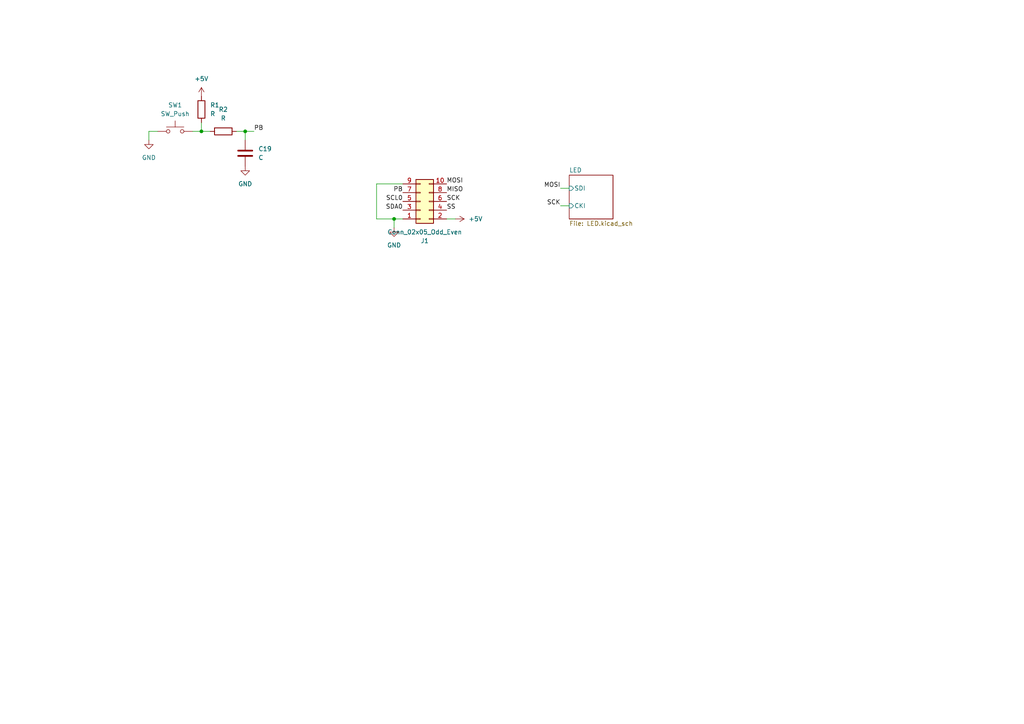
<source format=kicad_sch>
(kicad_sch (version 20230121) (generator eeschema)
  (paper "A4")
  (lib_symbols
    (symbol "Connector_Generic:Conn_02x05_Odd_Even" (pin_names (offset 1.016) hide)
      (property "Reference" "J" (at 1.27 7.62 0))
      (property "Value" "Conn_02x05_Odd_Even" (at 1.27 -7.62 0))
      (symbol "Conn_02x05_Odd_Even_1_1"
        (rectangle (start -1.27 -4.953) (end 0 -5.207) (stroke (width 0.1524)))
        (rectangle (start -1.27 -2.413) (end 0 -2.667) (stroke (width 0.1524)))
        (rectangle (start -1.27 0.127) (end 0 -0.127) (stroke (width 0.1524)))
        (rectangle (start -1.27 2.667) (end 0 2.413) (stroke (width 0.1524)))
        (rectangle (start -1.27 5.207) (end 0 4.953) (stroke (width 0.1524)))
        (rectangle (start -1.27 6.35) (end 3.81 -6.35) (stroke (width 0.254)) (fill (type background)))
        (rectangle (start 3.81 -4.953) (end 2.54 -5.207) (stroke (width 0.1524)))
        (rectangle (start 3.81 -2.413) (end 2.54 -2.667) (stroke (width 0.1524)))
        (rectangle (start 3.81 0.127) (end 2.54 -0.127) (stroke (width 0.1524)))
        (rectangle (start 3.81 2.667) (end 2.54 2.413) (stroke (width 0.1524)))
        (rectangle (start 3.81 5.207) (end 2.54 4.953) (stroke (width 0.1524)))
        (pin passive line (at -5.08 5.08 0) (length 3.81) (name "Pin_1") (number "1"))
        (pin passive line (at 7.62 -5.08 180) (length 3.81) (name "Pin_10") (number "10"))
        (pin passive line (at 7.62 5.08 180) (length 3.81) (name "Pin_2") (number "2"))
        (pin passive line (at -5.08 2.54 0) (length 3.81) (name "Pin_3") (number "3"))
        (pin passive line (at 7.62 2.54 180) (length 3.81) (name "Pin_4") (number "4"))
        (pin passive line (at -5.08 0 0) (length 3.81) (name "Pin_5") (number "5"))
        (pin passive line (at 7.62 0 180) (length 3.81) (name "Pin_6") (number "6"))
        (pin passive line (at -5.08 -2.54 0) (length 3.81) (name "Pin_7") (number "7"))
        (pin passive line (at 7.62 -2.54 180) (length 3.81) (name "Pin_8") (number "8"))
        (pin passive line (at -5.08 -5.08 0) (length 3.81) (name "Pin_9") (number "9"))
      )
    )
    (symbol "Device:C" (pin_numbers hide) (pin_names (offset 0.254))
      (property "Reference" "C" (at 0.635 2.54 0))
      (property "Value" "C" (at 0.635 -2.54 0))
      (symbol "C_0_1"
        (polyline (pts (xy -2.032 -0.762) (xy 2.032 -0.762)) (stroke (width 0.508)))
        (polyline (pts (xy -2.032 0.762) (xy 2.032 0.762)) (stroke (width 0.508)))
      )
      (symbol "C_1_1"
        (pin passive line (at 0 3.81 270) (length 2.794) (name "~") (number "1"))
        (pin passive line (at 0 -3.81 90) (length 2.794) (name "~") (number "2"))
      )
    )
    (symbol "Device:R" (pin_numbers hide) (pin_names (offset 0))
      (property "Reference" "R" (at 2.032 0 90))
      (property "Value" "R" (at 0 0 90))
      (symbol "R_0_1"
        (rectangle (start -1.016 -2.54) (end 1.016 2.54) (stroke (width 0.254)))
      )
      (symbol "R_1_1"
        (pin passive line (at 0 3.81 270) (length 1.27) (name "~") (number "1"))
        (pin passive line (at 0 -3.81 90) (length 1.27) (name "~") (number "2"))
      )
    )
    (symbol "Switch:SW_Push" (pin_numbers hide) (pin_names (offset 1.016) hide)
      (property "Reference" "SW" (at 1.27 2.54 0))
      (property "Value" "SW_Push" (at 0 -1.524 0))
      (symbol "SW_Push_0_1"
        (circle (center -2.032 0) (radius 0.508))
        (polyline (pts (xy 0 1.27) (xy 0 3.048)))
        (polyline (pts (xy 2.54 1.27) (xy -2.54 1.27)))
        (circle (center 2.032 0) (radius 0.508))
        (pin passive line (at -5.08 0 0) (length 2.54) (name "1") (number "1"))
        (pin passive line (at 5.08 0 180) (length 2.54) (name "2") (number "2"))
      )
    )
    (symbol "power:+5V" (power) (pin_names (offset 0))
      (property "Value" "+5V" (at 0 3.556 0))
      (symbol "+5V_0_1"
        (polyline (pts (xy -0.762 1.27) (xy 0 2.54)))
        (polyline (pts (xy 0 0) (xy 0 2.54)))
        (polyline (pts (xy 0 2.54) (xy 0.762 1.27)))
      )
      (symbol "+5V_1_1"
        (pin power_in line (at 0 0 90) (length 0) hide (name "+5V") (number "1"))
      )
    )
    (symbol "power:GND" (power) (pin_names (offset 0))
      (property "Value" "GND" (at 0 -3.81 0))
      (symbol "GND_0_1"
        (polyline (pts (xy 0 0) (xy 0 -1.27) (xy 1.27 -1.27) (xy 0 -2.54) (xy -1.27 -1.27) (xy 0 -1.27)))
      )
      (symbol "GND_1_1"
        (pin power_in line (at 0 0 270) (length 0) hide (name "GND") (number "1"))
      )
    )
  )
  (junction (at 114.3 63.5))
  (junction (at 58.42 38.1))
  (junction (at 71.12 38.1))
  (wire (pts (xy 71.12 38.1) (xy 73.66 38.1)))
  (wire (pts (xy 114.3 66.04) (xy 114.3 63.5)))
  (wire (pts (xy 109.22 63.5) (xy 114.3 63.5)))
  (wire (pts (xy 162.56 59.69) (xy 165.1 59.69)))
  (wire (pts (xy 162.56 54.61) (xy 165.1 54.61)))
  (wire (pts (xy 114.3 63.5) (xy 116.84 63.5)))
  (wire (pts (xy 58.42 35.56) (xy 58.42 38.1)))
  (wire (pts (xy 55.88 38.1) (xy 58.42 38.1)))
  (wire (pts (xy 58.42 38.1) (xy 60.96 38.1)))
  (wire (pts (xy 43.18 40.64) (xy 43.18 38.1)))
  (wire (pts (xy 71.12 40.64) (xy 71.12 38.1)))
  (wire (pts (xy 43.18 38.1) (xy 45.72 38.1)))
  (wire (pts (xy 129.54 63.5) (xy 132.08 63.5)))
  (wire (pts (xy 116.84 53.34) (xy 109.22 53.34)))
  (wire (pts (xy 71.12 38.1) (xy 68.58 38.1)))
  (wire (pts (xy 109.22 53.34) (xy 109.22 63.5)))
  (label "SCL0" (at 116.84 58.42 180))
  (label "SS" (at 129.54 60.96 0))
  (label "PB" (at 73.66 38.1 0))
  (label "PB" (at 116.84 55.88 180))
  (label "MOSI" (at 162.56 54.61 180))
  (label "MISO" (at 129.54 55.88 0))
  (label "SDA0" (at 116.84 60.96 180))
  (label "MOSI" (at 129.54 53.34 0))
  (label "SCK" (at 162.56 59.69 180))
  (label "SCK" (at 129.54 58.42 0))
  (symbol (lib_id "power:GND") (at 71.12 48.26 0) (unit 1)
    (property "Reference" "#PWR076" (effects hide))
    (property "Value" "GND" (at 71.12 53.34 0))
  )
  (symbol (lib_id "power:GND") (at 43.18 40.64 0) (unit 1)
    (property "Reference" "#PWR075" (effects hide))
    (property "Value" "GND" (at 43.18 45.72 0))
  )
  (symbol (lib_id "power:+5V") (at 58.42 27.94 0) (unit 1)
    (property "Reference" "#PWR077" (effects hide))
    (property "Value" "+5V" (at 58.42 22.86 0))
  )
  (symbol (lib_id "Device:R") (at 64.77 38.1 90) (unit 1)
    (property "Reference" "R2" (at 64.77 31.75 90))
    (property "Value" "R" (at 64.77 34.29 90))
    (property "Footprint" "Resistor_SMD:R_0603_1608Metric_Pad0.98x0.95mm_HandSolder" (effects hide))
  )
  (symbol (lib_id "Device:R") (at 58.42 31.75 0) (unit 1)
    (property "Reference" "R1" (at 60.96 30.48 0) (effects (justify left)))
    (property "Value" "R" (at 60.96 33.02 0) (effects (justify left)))
    (property "Footprint" "Resistor_SMD:R_0603_1608Metric_Pad0.98x0.95mm_HandSolder" (effects hide))
  )
  (symbol (lib_id "Device:C") (at 71.12 44.45 0) (unit 1)
    (property "Reference" "C19" (at 74.93 43.18 0) (effects (justify left)))
    (property "Value" "C" (at 74.93 45.72 0) (effects (justify left)))
    (property "Footprint" "Capacitor_SMD:C_0603_1608Metric_Pad1.08x0.95mm_HandSolder" (effects hide))
  )
  (symbol (lib_id "power:GND") (at 114.3 66.04 0) (unit 1)
    (property "Reference" "#PWR073" (effects hide))
    (property "Value" "GND" (at 114.3 71.12 0))
  )
  (symbol (lib_id "Switch:SW_Push") (at 50.8 38.1 0) (unit 1)
    (property "Reference" "SW1" (at 50.8 30.48 0))
    (property "Value" "SW_Push" (at 50.8 33.02 0))
    (property "Footprint" "project_lib:SKPSACE010" (effects hide))
  )
  (symbol (lib_id "power:+5V") (at 132.08 63.5 270) (unit 1)
    (property "Reference" "#PWR074" (effects hide))
    (property "Value" "+5V" (at 135.89 63.5 90) (effects (justify left)))
  )
  (symbol (lib_id "Connector_Generic:Conn_02x05_Odd_Even") (at 121.92 58.42 0) (mirror x) (unit 1)
    (property "Reference" "J1" (at 123.19 69.85 0))
    (property "Value" "Conn_02x05_Odd_Even" (at 123.19 67.31 0))
    (property "Footprint" "Connector_PinHeader_2.54mm:PinHeader_2x05_P2.54mm_Vertical_SMD" (effects hide))
  )
  (sheet (at 165.1 50.8) (size 12.7 12.7) (stroke (width 0.1524))
    (property "Sheetname" "LED" (at 165.1 50.0884 0) (effects (justify left bottom)))
    (property "Sheetfile" "LED.kicad_sch" (at 165.1 64.0846 0) (effects (justify left top)))
    (pin "SDI" input (at 165.1 54.61 180))
    (pin "CKI" input (at 165.1 59.69 180))
  )
)
</source>
